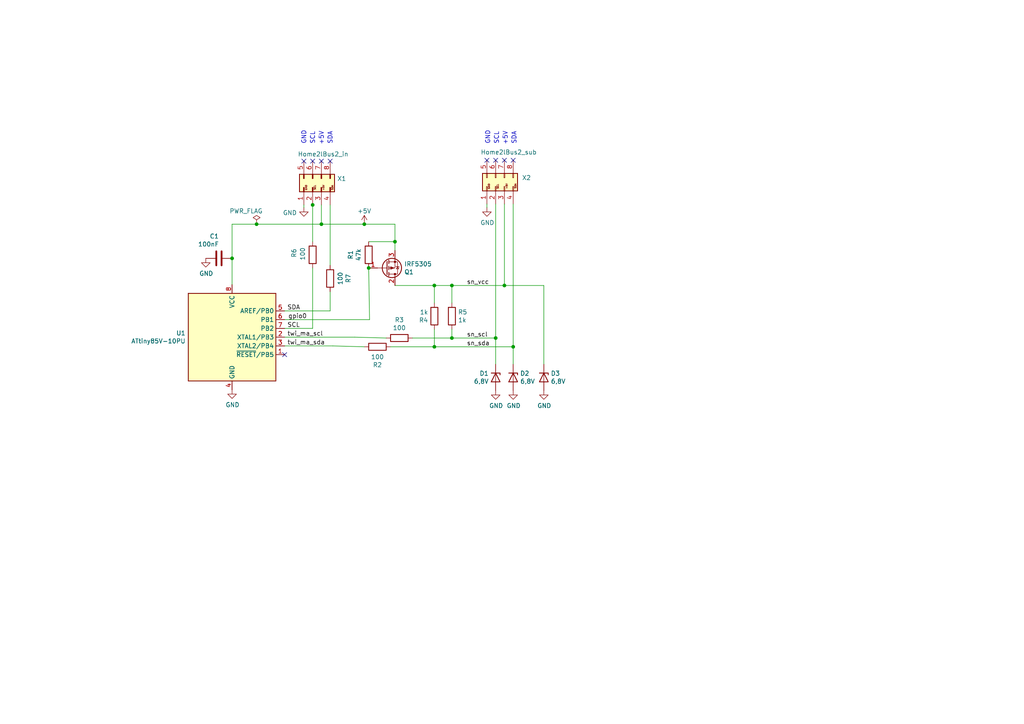
<source format=kicad_sch>
(kicad_sch (version 20231120) (generator "eeschema") (generator_version "8.0")
  (paper "A4")
  (title_block (title "home2l MiniHub") (date "2022-07-31") (rev "1.1") (company "axel.rau@chaos1.de") (comment 1 "Design based on https://github.com/gkiefer/home2l/tree/master/brownies/circuits") (comment 2 "The home2l Project: https://github.com/gkiefer/home2l") (comment 3 "This project: https://github.com/mc3/home2l") (comment 4 "Tiny Hub Board suited for Spelsberg connection box Q 4-L (33490401)"))
  (lib_symbols
    (symbol "Device:C" (pin_numbers hide) (pin_names (offset 0.254))
      (property "Reference" "C" (at 0.635 2.54 0))
      (property "Value" "C" (at 0.635 -2.54 0))
      (symbol "C_0_1"
        (polyline (pts (xy -2.032 -0.762) (xy 2.032 -0.762)) (stroke (width 0.508)))
        (polyline (pts (xy -2.032 0.762) (xy 2.032 0.762)) (stroke (width 0.508)))
      )
      (symbol "C_1_1"
        (pin passive line (at 0 3.81 270) (length 2.794) (name "~") (number "1"))
        (pin passive line (at 0 -3.81 90) (length 2.794) (name "~") (number "2"))
      )
    )
    (symbol "Device:D_Zener" (pin_numbers hide) (pin_names (offset 1.016) hide)
      (property "Reference" "D" (at 0 2.54 0))
      (property "Value" "D_Zener" (at 0 -2.54 0))
      (symbol "D_Zener_0_1"
        (polyline (pts (xy 1.27 0) (xy -1.27 0)))
        (polyline (pts (xy -1.27 -1.27) (xy -1.27 1.27) (xy -0.762 1.27)) (stroke (width 0.254)))
        (polyline (pts (xy 1.27 -1.27) (xy 1.27 1.27) (xy -1.27 0) (xy 1.27 -1.27)) (stroke (width 0.254)))
      )
      (symbol "D_Zener_1_1"
        (pin passive line (at -3.81 0 0) (length 2.54) (name "K") (number "1"))
        (pin passive line (at 3.81 0 180) (length 2.54) (name "A") (number "2"))
      )
    )
    (symbol "Device:R" (pin_numbers hide) (pin_names (offset 0))
      (property "Reference" "R" (at 2.032 0 90))
      (property "Value" "R" (at 0 0 90))
      (symbol "R_0_1"
        (rectangle (start -1.016 -2.54) (end 1.016 2.54) (stroke (width 0.254)))
      )
      (symbol "R_1_1"
        (pin passive line (at 0 3.81 270) (length 1.27) (name "~") (number "1"))
        (pin passive line (at 0 -3.81 90) (length 1.27) (name "~") (number "2"))
      )
    )
    (symbol "Transistor_FET:IRF4905" (pin_names hide)
      (property "Reference" "Q" (at 5.08 1.905 0))
      (property "Value" "IRF4905" (at 5.08 0 0))
      (symbol "IRF4905_0_1"
        (polyline (pts (xy 0.254 0) (xy -2.54 0)))
        (polyline (pts (xy 0.254 1.905) (xy 0.254 -1.905)) (stroke (width 0.254)))
        (polyline (pts (xy 0.762 -1.27) (xy 0.762 -2.286)) (stroke (width 0.254)))
        (polyline (pts (xy 0.762 0.508) (xy 0.762 -0.508)) (stroke (width 0.254)))
        (polyline (pts (xy 0.762 2.286) (xy 0.762 1.27)) (stroke (width 0.254)))
        (polyline (pts (xy 2.54 2.54) (xy 2.54 1.778)))
        (polyline (pts (xy 2.54 -2.54) (xy 2.54 0) (xy 0.762 0)))
        (polyline (pts (xy 0.762 1.778) (xy 3.302 1.778) (xy 3.302 -1.778) (xy 0.762 -1.778)))
        (polyline (pts (xy 2.286 0) (xy 1.27 0.381) (xy 1.27 -0.381) (xy 2.286 0)) (fill (type outline)))
        (polyline (pts (xy 2.794 -0.508) (xy 2.921 -0.381) (xy 3.683 -0.381) (xy 3.81 -0.254)))
        (polyline (pts (xy 3.302 -0.381) (xy 2.921 0.254) (xy 3.683 0.254) (xy 3.302 -0.381)))
        (circle (center 1.651 0) (radius 2.794) (stroke (width 0.254)))
        (circle (center 2.54 -1.778) (radius 0.254) (fill (type outline)))
        (circle (center 2.54 1.778) (radius 0.254) (fill (type outline)))
      )
      (symbol "IRF4905_1_1"
        (pin input line (at -5.08 0 0) (length 2.54) (name "G") (number "1"))
        (pin passive line (at 2.54 5.08 270) (length 2.54) (name "D") (number "2"))
        (pin passive line (at 2.54 -5.08 90) (length 2.54) (name "S") (number "3"))
      )
    )
    (symbol "home2l:Home2lBus2_in" (pin_names (offset 1.016) hide)
      (property "Reference" "X?" (at -7.112 -2.5401 90))
      (property "Value" "Home2lBus2_in" (at 9.398 6.3499 0))
      (symbol "Home2lBus2_in_0_0"
        (text "+5V" (at -0.8636 -3.1496 0) (effects (font (size 0.5 0.5)) (justify left)))
        (text "GND" (at -0.8636 1.8796 0) (effects (font (size 0.5 0.5)) (justify left)))
        (text "SCL" (at -0.762 -0.6604 0) (effects (font (size 0.5 0.5)) (justify left)))
        (text "SDA" (at -0.8128 -5.7404 0) (effects (font (size 0.5 0.5)) (justify left)))
      )
      (symbol "Home2lBus2_in_1_1"
        (rectangle (start -1.27 -4.953) (end 0 -5.207) (stroke (width 0.1524)) (fill (type outline)))
        (rectangle (start -1.27 -2.413) (end 0 -2.667) (stroke (width 0.1524)) (fill (type outline)))
        (rectangle (start -1.27 0.127) (end 0 -0.127) (stroke (width 0.1524)) (fill (type outline)))
        (rectangle (start -1.27 2.667) (end 0 2.413) (stroke (width 0.1524)) (fill (type outline)))
        (rectangle (start -1.27 3.81) (end 3.81 -6.35) (stroke (width 0.254)) (fill (type background)))
        (rectangle (start 3.81 -4.953) (end 2.54 -5.207) (stroke (width 0.1524)) (fill (type outline)))
        (rectangle (start 3.81 -2.413) (end 2.54 -2.667) (stroke (width 0.1524)) (fill (type outline)))
        (rectangle (start 3.81 0.127) (end 2.54 -0.127) (stroke (width 0.1524)) (fill (type outline)))
        (rectangle (start 3.81 2.667) (end 2.54 2.413) (stroke (width 0.1524)) (fill (type outline)))
        (pin passive line (at -5.08 2.54 0) (length 3.81) (name "Pin_1") (number "1"))
        (pin passive line (at -5.08 0 0) (length 3.81) (name "Pin_2") (number "2"))
        (pin passive line (at -5.08 -2.54 0) (length 3.81) (name "Pin_3") (number "3"))
        (pin passive line (at -5.08 -5.08 0) (length 3.81) (name "Pin_4") (number "4"))
        (pin passive line (at 7.62 2.54 180) (length 3.81) (name "Pin_5") (number "5"))
        (pin passive line (at 7.62 0 180) (length 3.81) (name "Pin_6") (number "6"))
        (pin passive line (at 7.62 -2.54 180) (length 3.81) (name "Pin_7") (number "7"))
        (pin passive line (at 7.62 -5.08 180) (length 3.81) (name "Pin_8") (number "8"))
      )
    )
    (symbol "home2l:Home2lBus2_sub" (pin_names (offset 1.016) hide)
      (property "Reference" "X?" (at 7.62 2.5401 90))
      (property "Value" "Home2lBus2_sub" (at 10.7188 5.6389 0))
      (property "Footprint" "Library:PinSocket_Home2lBus2_sub" (at 17.4752 -8.0264 0))
      (symbol "Home2lBus2_sub_0_0"
        (text "+5V" (at -0.7112 -3.2004 0) (effects (font (size 0.5 0.5)) (justify left)))
        (text "GND" (at -0.762 1.9304 0) (effects (font (size 0.5 0.5)) (justify left)))
        (text "SCL" (at -0.7112 -0.6096 0) (effects (font (size 0.5 0.5)) (justify left)))
        (text "SDA" (at -0.6096 -5.7404 0) (effects (font (size 0.5 0.5)) (justify left)))
      )
      (symbol "Home2lBus2_sub_1_1"
        (rectangle (start -1.27 -4.953) (end 0 -5.207) (stroke (width 0.1524)))
        (rectangle (start -1.27 -2.413) (end 0 -2.667) (stroke (width 0.1524)))
        (rectangle (start -1.27 0.127) (end 0 -0.127) (stroke (width 0.1524)))
        (rectangle (start -1.27 2.667) (end 0 2.413) (stroke (width 0.1524)))
        (rectangle (start -1.27 3.81) (end 3.81 -6.35) (stroke (width 0.254)) (fill (type background)))
        (rectangle (start 3.81 -4.953) (end 2.54 -5.207) (stroke (width 0.1524)))
        (rectangle (start 3.81 -2.413) (end 2.54 -2.667) (stroke (width 0.1524)))
        (rectangle (start 3.81 0.127) (end 2.54 -0.127) (stroke (width 0.1524)))
        (rectangle (start 3.81 2.667) (end 2.54 2.413) (stroke (width 0.1524)))
        (pin passive line (at -5.08 2.54 0) (length 3.81) (name "Pin_1") (number "1"))
        (pin passive line (at -5.08 0 0) (length 3.81) (name "Pin_2") (number "2"))
        (pin passive line (at -5.08 -2.54 0) (length 3.81) (name "Pin_3") (number "3"))
        (pin passive line (at -5.08 -5.08 0) (length 3.81) (name "Pin_4") (number "4"))
        (pin passive line (at 7.62 2.54 180) (length 3.81) (name "Pin_5") (number "5"))
        (pin passive line (at 7.62 0 180) (length 3.81) (name "Pin_6") (number "6"))
        (pin passive line (at 7.62 -2.54 180) (length 3.81) (name "Pin_7") (number "7"))
        (pin passive line (at 7.62 -5.08 180) (length 3.81) (name "Pin_8") (number "8"))
      )
    )
    (symbol "hubcard-rescue:ATtiny85V-10PU-MCU_Microchip_ATtiny"
      (property "Reference" "U" (at -12.7 13.97 0))
      (property "Value" "ATtiny85V-10PU-MCU_Microchip_ATtiny" (at 2.54 -13.97 0))
      (symbol "ATtiny85V-10PU-MCU_Microchip_ATtiny_0_1"
        (rectangle (start -12.7 -12.7) (end 12.7 12.7) (stroke (width 0.254)) (fill (type background)))
      )
      (symbol "ATtiny85V-10PU-MCU_Microchip_ATtiny_1_1"
        (pin tri_state line (at 15.24 -5.08 180) (length 2.54) (name "~{RESET}/PB5") (number "1"))
        (pin tri_state line (at 15.24 0 180) (length 2.54) (name "XTAL1/PB3") (number "2"))
        (pin tri_state line (at 15.24 -2.54 180) (length 2.54) (name "XTAL2/PB4") (number "3"))
        (pin power_in line (at 0 -15.24 90) (length 2.54) (name "GND") (number "4"))
        (pin tri_state line (at 15.24 7.62 180) (length 2.54) (name "AREF/PB0") (number "5"))
        (pin tri_state line (at 15.24 5.08 180) (length 2.54) (name "PB1") (number "6"))
        (pin tri_state line (at 15.24 2.54 180) (length 2.54) (name "PB2") (number "7"))
        (pin power_in line (at 0 15.24 270) (length 2.54) (name "VCC") (number "8"))
      )
    )
    (symbol "power:+5V" (power) (pin_names (offset 0))
      (property "Value" "+5V" (at 0 3.556 0))
      (symbol "+5V_0_1"
        (polyline (pts (xy -0.762 1.27) (xy 0 2.54)))
        (polyline (pts (xy 0 0) (xy 0 2.54)))
        (polyline (pts (xy 0 2.54) (xy 0.762 1.27)))
      )
      (symbol "+5V_1_1"
        (pin power_in line (at 0 0 90) (length 0) hide (name "+5V") (number "1"))
      )
    )
    (symbol "power:GND" (power) (pin_names (offset 0))
      (property "Value" "GND" (at 0 -3.81 0))
      (symbol "GND_0_1"
        (polyline (pts (xy 0 0) (xy 0 -1.27) (xy 1.27 -1.27) (xy 0 -2.54) (xy -1.27 -1.27) (xy 0 -1.27)))
      )
      (symbol "GND_1_1"
        (pin power_in line (at 0 0 270) (length 0) hide (name "GND") (number "1"))
      )
    )
    (symbol "power:PWR_FLAG" (power) (pin_numbers hide) (pin_names (offset 0) hide)
      (property "Value" "PWR_FLAG" (at 0 3.81 0))
      (symbol "PWR_FLAG_0_0"
        (pin power_out line (at 0 0 90) (length 0) (name "pwr") (number "1"))
      )
      (symbol "PWR_FLAG_0_1"
        (polyline (pts (xy 0 0) (xy 0 1.27) (xy -1.016 1.905) (xy 0 2.54) (xy 1.016 1.905) (xy 0 1.27)))
      )
    )
  )
  (junction (at 93.218 65.024))
  (junction (at 143.764 98.044))
  (junction (at 148.844 100.584))
  (junction (at 90.678 59.436))
  (junction (at 67.31 74.93))
  (junction (at 131.064 98.044))
  (junction (at 146.304 82.804))
  (junction (at 125.984 82.804))
  (junction (at 125.984 100.584))
  (junction (at 105.664 65.024))
  (junction (at 106.934 77.724))
  (junction (at 114.554 70.104))
  (junction (at 74.422 65.024))
  (junction (at 131.064 82.804))
  (no_connect (at 82.55 102.87))
  (no_connect (at 93.218 46.736))
  (no_connect (at 95.758 46.736))
  (no_connect (at 88.138 46.736))
  (no_connect (at 90.678 46.736))
  (no_connect (at 141.224 46.482))
  (no_connect (at 143.764 46.482))
  (no_connect (at 146.304 46.482))
  (no_connect (at 148.844 46.482))
  (wire (pts (xy 113.284 100.584) (xy 125.984 100.584)))
  (wire (pts (xy 146.304 59.182) (xy 146.304 82.804)))
  (wire (pts (xy 88.138 59.436) (xy 88.138 60.198)))
  (wire (pts (xy 93.218 59.436) (xy 93.218 65.024)))
  (wire (pts (xy 114.554 70.104) (xy 114.554 72.644)))
  (wire (pts (xy 131.064 82.804) (xy 131.064 87.884)))
  (wire (pts (xy 67.31 65.024) (xy 67.31 74.93)))
  (wire (pts (xy 74.422 65.024) (xy 93.218 65.024)))
  (wire (pts (xy 82.55 90.17) (xy 95.758 90.17)))
  (wire (pts (xy 119.634 98.044) (xy 131.064 98.044)))
  (wire (pts (xy 157.734 82.804) (xy 146.304 82.804)))
  (wire (pts (xy 106.934 70.104) (xy 114.554 70.104)))
  (wire (pts (xy 131.064 95.504) (xy 131.064 98.044)))
  (wire (pts (xy 125.984 95.504) (xy 125.984 100.584)))
  (wire (pts (xy 114.554 82.804) (xy 125.984 82.804)))
  (wire (pts (xy 90.678 59.182) (xy 90.678 59.436)))
  (wire (pts (xy 93.218 65.024) (xy 105.664 65.024)))
  (wire (pts (xy 125.984 82.804) (xy 131.064 82.804)))
  (wire (pts (xy 90.678 77.724) (xy 90.678 95.25)))
  (wire (pts (xy 95.758 59.436) (xy 95.758 76.962)))
  (wire (pts (xy 141.224 59.182) (xy 141.224 60.198)))
  (wire (pts (xy 67.31 65.024) (xy 74.422 65.024)))
  (wire (pts (xy 131.064 98.044) (xy 143.764 98.044)))
  (wire (pts (xy 143.764 98.044) (xy 143.764 105.664)))
  (wire (pts (xy 82.55 92.71) (xy 107.188 92.71)))
  (wire (pts (xy 82.55 95.25) (xy 90.678 95.25)))
  (wire (pts (xy 102.87 97.79) (xy 112.014 98.044)))
  (wire (pts (xy 96.52 100.33) (xy 105.664 100.584)))
  (wire (pts (xy 114.554 65.024) (xy 114.554 70.104)))
  (wire (pts (xy 148.844 59.182) (xy 148.844 100.584)))
  (wire (pts (xy 157.734 82.804) (xy 157.734 105.664)))
  (wire (pts (xy 105.664 65.024) (xy 114.554 65.024)))
  (wire (pts (xy 95.758 84.582) (xy 95.758 90.17)))
  (wire (pts (xy 131.064 82.804) (xy 146.304 82.804)))
  (wire (pts (xy 67.31 74.93) (xy 67.31 82.55)))
  (wire (pts (xy 143.764 59.182) (xy 143.764 98.044)))
  (wire (pts (xy 102.87 97.79) (xy 82.55 97.79)))
  (wire (pts (xy 82.55 100.33) (xy 96.52 100.33)))
  (wire (pts (xy 148.844 105.664) (xy 148.844 100.584)))
  (wire (pts (xy 125.984 87.884) (xy 125.984 82.804)))
  (wire (pts (xy 106.934 77.724) (xy 107.188 92.71)))
  (wire (pts (xy 90.678 59.436) (xy 90.678 70.104)))
  (wire (pts (xy 125.984 100.584) (xy 148.844 100.584)))
  (text "SCL\n" (at 144.78 41.91 90) (effects (font (size 1.27 1.27)) (justify left bottom)))
  (text "SDA" (at 149.86 41.91 90) (effects (font (size 1.27 1.27)) (justify left bottom)))
  (text "SCL\n" (at 91.44 41.91 90) (effects (font (size 1.27 1.27)) (justify left bottom)))
  (text "GND" (at 88.9 41.91 90) (effects (font (size 1.27 1.27)) (justify left bottom)))
  (text "+5V\n" (at 147.32 42.164 90) (effects (font (size 1.27 1.27)) (justify left bottom)))
  (text "+5V\n" (at 93.98 42.164 90) (effects (font (size 1.27 1.27)) (justify left bottom)))
  (text "GND" (at 142.24 41.91 90) (effects (font (size 1.27 1.27)) (justify left bottom)))
  (text "SDA" (at 96.52 41.91 90) (effects (font (size 1.27 1.27)) (justify left bottom)))
  (label "sn_sda" (at 135.382 100.584 0))
  (label "twi_ma_scl" (at 83.312 97.79 0))
  (label "SCL" (at 83.312 95.25 0))
  (label "SDA" (at 83.312 90.17 0))
  (label "twi_ma_sda" (at 83.312 100.33 0))
  (label "sn_vcc" (at 135.382 82.804 0))
  (label "sn_scl" (at 135.382 98.044 0))
  (label "gpio0" (at 83.566 92.71 0))
  (symbol (lib_id "Transistor_FET:IRF4905") (at 112.014 77.724 0) (mirror x) (unit 1)
    (property "Reference" "Q1" (at 117.2464 78.8924 0) (effects (justify left)))
    (property "Value" "IRF5305" (at 117.2464 76.581 0) (effects (justify left)))
    (property "Footprint" "Package_TO_SOT_THT:TO-220-3_Vertical" (effects (hide yes)))
    (property "Datasheet" "http://www.infineon.com/dgdl/irf4905.pdf?fileId=5546d462533600a4015355e32165197c" (effects (hide yes)))
  )
  (symbol (lib_id "Device:D_Zener") (at 148.844 109.474 270) (unit 1)
    (property "Reference" "D2" (at 150.8506 108.3056 90) (effects (justify left)))
    (property "Value" "6,8V" (at 150.8506 110.617 90) (effects (justify left)))
    (property "Footprint" "Diode_THT:D_DO-34_SOD68_P7.62mm_Horizontal" (effects (hide yes)))
  )
  (symbol (lib_id "Device:D_Zener") (at 157.734 109.474 270) (unit 1)
    (property "Reference" "D3" (at 159.7406 108.3056 90) (effects (justify left)))
    (property "Value" "6,8V" (at 159.7406 110.617 90) (effects (justify left)))
    (property "Footprint" "Diode_THT:D_DO-34_SOD68_P7.62mm_Horizontal" (effects (hide yes)))
  )
  (symbol (lib_id "Device:C") (at 63.5 74.93 270) (unit 1)
    (property "Reference" "C1" (at 63.5 68.5292 90) (effects (justify right)))
    (property "Value" "100nF" (at 63.5 70.8406 90) (effects (justify right)))
    (property "Footprint" "Capacitor_THT:C_Disc_D4.3mm_W1.9mm_P5.00mm" (effects (hide yes)))
  )
  (symbol (lib_id "power:GND") (at 88.138 60.198 0) (unit 1)
    (property "Reference" "#PWR01" (effects (hide yes)))
    (property "Value" "GND" (at 84.074 61.722 0))
  )
  (symbol (lib_id "power:GND") (at 157.734 113.284 0) (unit 1)
    (property "Reference" "#PWR0107" (effects (hide yes)))
    (property "Value" "GND" (at 157.861 117.6782 0))
  )
  (symbol (lib_id "power:GND") (at 143.764 113.284 0) (unit 1)
    (property "Reference" "#PWR0106" (effects (hide yes)))
    (property "Value" "GND" (at 143.891 117.6782 0))
  )
  (symbol (lib_id "power:GND") (at 67.31 113.03 0) (unit 1)
    (property "Reference" "#PWR0103" (effects (hide yes)))
    (property "Value" "GND" (at 67.437 117.4242 0))
  )
  (symbol (lib_id "power:+5V") (at 105.664 65.024 0) (unit 1)
    (property "Reference" "#PWR0102" (effects (hide yes)))
    (property "Value" "+5V" (at 105.664 61.214 0))
  )
  (symbol (lib_id "Device:D_Zener") (at 143.764 109.474 270) (unit 1)
    (property "Reference" "D1" (at 141.7574 108.3056 90) (effects (justify right)))
    (property "Value" "6,8V" (at 141.7574 110.617 90) (effects (justify right)))
    (property "Footprint" "Diode_THT:D_DO-34_SOD68_P7.62mm_Horizontal" (effects (hide yes)))
  )
  (symbol (lib_id "Device:R") (at 106.934 73.914 0) (unit 1)
    (property "Reference" "R1" (at 101.6762 73.914 90))
    (property "Value" "47k" (at 103.9876 73.914 90))
    (property "Footprint" "Resistor_THT:R_Axial_DIN0207_L6.3mm_D2.5mm_P7.62mm_Horizontal" (effects (hide yes)))
  )
  (symbol (lib_id "power:GND") (at 148.844 113.284 0) (unit 1)
    (property "Reference" "#PWR0108" (effects (hide yes)))
    (property "Value" "GND" (at 148.971 117.6782 0))
  )
  (symbol (lib_id "hubcard-rescue:ATtiny85V-10PU-MCU_Microchip_ATtiny") (at 67.31 97.79 0) (unit 1)
    (property "Reference" "U1" (at 53.848 96.6216 0) (effects (justify right)))
    (property "Value" "ATtiny85V-10PU" (at 53.848 98.933 0) (effects (justify right)))
    (property "Footprint" "Package_DIP:DIP-8_W7.62mm_Socket" (effects (hide yes)))
    (property "Datasheet" "http://ww1.microchip.com/downloads/en/DeviceDoc/atmel-2586-avr-8-bit-microcontroller-attiny25-attiny45-attiny85_datasheet.pdf" (effects (hide yes)))
  )
  (symbol (lib_id "power:GND") (at 141.224 60.198 0) (unit 1)
    (property "Reference" "#PWR0104" (effects (hide yes)))
    (property "Value" "GND" (at 141.351 64.5922 0))
  )
  (symbol (lib_id "Device:R") (at 95.758 80.772 180) (unit 1)
    (property "Reference" "R7" (at 101.0158 80.772 90))
    (property "Value" "100" (at 98.7044 80.772 90))
    (property "Footprint" "Resistor_THT:R_Axial_DIN0207_L6.3mm_D2.5mm_P7.62mm_Horizontal" (effects (hide yes)))
  )
  (symbol (lib_id "home2l:Home2lBus2_sub") (at 143.764 54.102 90) (unit 1)
    (property "Reference" "X2" (at 151.3839 51.562 90) (effects (justify right)))
    (property "Value" "Home2lBus2_sub" (at 139.3951 44.1452 90) (effects (justify right)))
    (property "Footprint" "Library:PinSocket_Home2lBus2_sub" (effects (hide yes)))
  )
  (symbol (lib_id "home2l:Home2lBus2_in") (at 90.678 54.356 90) (unit 1)
    (property "Reference" "X1" (at 97.79 51.8159 90) (effects (justify right)))
    (property "Value" "Home2lBus2_in" (at 86.36 44.7039 90) (effects (justify right)))
    (property "Footprint" "Library:PinHeader_Home2lBus2_in" (effects (hide yes)))
  )
  (symbol (lib_id "power:GND") (at 59.69 74.93 0) (unit 1)
    (property "Reference" "#PWR0101" (effects (hide yes)))
    (property "Value" "GND" (at 59.817 79.3242 0))
  )
  (symbol (lib_id "Device:R") (at 131.064 91.694 0) (unit 1)
    (property "Reference" "R5" (at 132.842 90.5256 0) (effects (justify left)))
    (property "Value" "1k" (at 132.842 92.837 0) (effects (justify left)))
    (property "Footprint" "Resistor_THT:R_Axial_DIN0207_L6.3mm_D2.5mm_P7.62mm_Horizontal" (effects (hide yes)))
  )
  (symbol (lib_id "Device:R") (at 125.984 91.694 0) (unit 1)
    (property "Reference" "R4" (at 124.206 92.8624 0) (effects (justify right)))
    (property "Value" "1k" (at 124.206 90.551 0) (effects (justify right)))
    (property "Footprint" "Resistor_THT:R_Axial_DIN0207_L6.3mm_D2.5mm_P7.62mm_Horizontal" (effects (hide yes)))
  )
  (symbol (lib_id "Device:R") (at 115.824 98.044 270) (unit 1)
    (property "Reference" "R3" (at 115.824 92.7862 90))
    (property "Value" "100" (at 115.824 95.0976 90))
    (property "Footprint" "Resistor_THT:R_Axial_DIN0207_L6.3mm_D2.5mm_P7.62mm_Horizontal" (effects (hide yes)))
  )
  (symbol (lib_id "Device:R") (at 90.678 73.914 0) (mirror x) (unit 1)
    (property "Reference" "R6" (at 85.2678 73.406 90))
    (property "Value" "100" (at 87.7824 73.66 90))
    (property "Footprint" "Resistor_THT:R_Axial_DIN0207_L6.3mm_D2.5mm_P7.62mm_Horizontal" (effects (hide yes)))
  )
  (symbol (lib_id "power:PWR_FLAG") (at 74.422 65.024 0) (unit 1)
    (property "Reference" "#FLG0101" (effects (hide yes)))
    (property "Value" "PWR_FLAG" (at 71.374 61.214 0))
  )
  (symbol (lib_id "Device:R") (at 109.474 100.584 270) (unit 1)
    (property "Reference" "R2" (at 109.474 105.8418 90))
    (property "Value" "100" (at 109.474 103.5304 90))
    (property "Footprint" "Resistor_THT:R_Axial_DIN0207_L6.3mm_D2.5mm_P7.62mm_Horizontal" (effects (hide yes)))
  )
)
</source>
